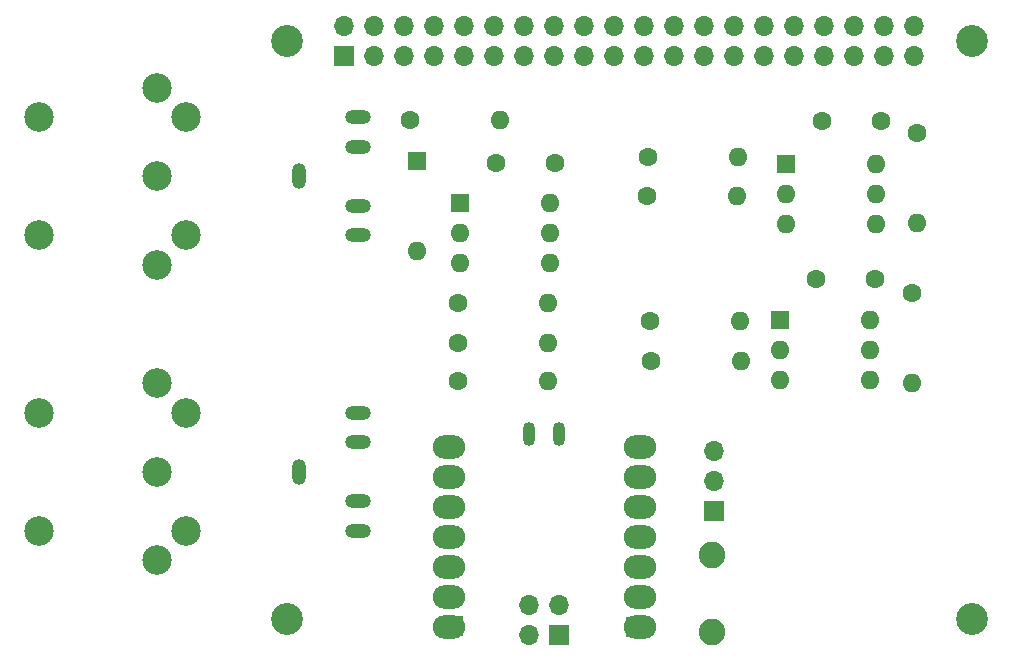
<source format=gts>
G04 #@! TF.GenerationSoftware,KiCad,Pcbnew,(6.0.5)*
G04 #@! TF.CreationDate,2023-03-19T20:53:10+00:00*
G04 #@! TF.ProjectId,XiaoPiUSBMIDIDevice,5869616f-5069-4555-9342-4d4944494465,rev?*
G04 #@! TF.SameCoordinates,Original*
G04 #@! TF.FileFunction,Soldermask,Top*
G04 #@! TF.FilePolarity,Negative*
%FSLAX46Y46*%
G04 Gerber Fmt 4.6, Leading zero omitted, Abs format (unit mm)*
G04 Created by KiCad (PCBNEW (6.0.5)) date 2023-03-19 20:53:10*
%MOMM*%
%LPD*%
G01*
G04 APERTURE LIST*
%ADD10C,2.700000*%
%ADD11R,1.700000X1.700000*%
%ADD12O,1.700000X1.700000*%
%ADD13O,2.200000X1.200000*%
%ADD14O,1.200000X2.200000*%
%ADD15C,1.600000*%
%ADD16O,1.600000X1.600000*%
%ADD17R,1.600000X1.600000*%
%ADD18C,2.250000*%
%ADD19O,2.748280X1.998980*%
%ADD20O,1.016000X2.032000*%
%ADD21C,1.143000*%
%ADD22C,2.499360*%
G04 APERTURE END LIST*
D10*
X203500000Y-97500000D03*
X261500000Y-97500000D03*
X203500000Y-146500000D03*
X261500000Y-146500000D03*
D11*
X226575000Y-147820000D03*
D12*
X224035000Y-147820000D03*
X226575000Y-145280000D03*
X224035000Y-145280000D03*
D13*
X209500000Y-129000000D03*
X209500000Y-131500000D03*
D14*
X204500000Y-134000000D03*
D13*
X209500000Y-139000000D03*
X209500000Y-136500000D03*
D15*
X234115000Y-107325000D03*
D16*
X241735000Y-107325000D03*
D15*
X226225000Y-107900000D03*
X221225000Y-107900000D03*
X253275000Y-117650000D03*
X248275000Y-117650000D03*
D17*
X218175000Y-111225000D03*
D16*
X218175000Y-113765000D03*
X218175000Y-116305000D03*
X225795000Y-116305000D03*
X225795000Y-113765000D03*
X225795000Y-111225000D03*
D17*
X245275000Y-121200000D03*
D16*
X245275000Y-123740000D03*
X245275000Y-126280000D03*
X252895000Y-126280000D03*
X252895000Y-123740000D03*
X252895000Y-121200000D03*
D11*
X233075000Y-147125000D03*
D12*
X233075000Y-144585000D03*
X233075000Y-142045000D03*
X233075000Y-139505000D03*
X233075000Y-136965000D03*
X233075000Y-134425000D03*
X233075000Y-131885000D03*
D15*
X213940000Y-104250000D03*
D16*
X221560000Y-104250000D03*
D15*
X217965000Y-123075000D03*
D16*
X225585000Y-123075000D03*
D18*
X239500000Y-147575000D03*
X239500000Y-141075000D03*
D15*
X256875000Y-105340000D03*
D16*
X256875000Y-112960000D03*
D13*
X209500000Y-104000000D03*
X209500000Y-106500000D03*
D14*
X204500000Y-109000000D03*
D13*
X209500000Y-114000000D03*
X209500000Y-111500000D03*
D15*
X256425000Y-118890000D03*
D16*
X256425000Y-126510000D03*
D15*
X233990000Y-110700000D03*
D16*
X241610000Y-110700000D03*
D15*
X217990000Y-126350000D03*
D16*
X225610000Y-126350000D03*
D15*
X218015000Y-119700000D03*
D16*
X225635000Y-119700000D03*
D15*
X253825000Y-104350000D03*
X248825000Y-104350000D03*
X234240000Y-121250000D03*
D16*
X241860000Y-121250000D03*
D11*
X217600000Y-147100000D03*
D12*
X217600000Y-144560000D03*
X217600000Y-142020000D03*
X217600000Y-139480000D03*
X217600000Y-136940000D03*
X217600000Y-134400000D03*
X217600000Y-131860000D03*
D15*
X234315000Y-124625000D03*
D16*
X241935000Y-124625000D03*
D17*
X214500000Y-107665000D03*
D16*
X214500000Y-115285000D03*
D11*
X239675000Y-137350000D03*
D12*
X239675000Y-134810000D03*
X239675000Y-132270000D03*
D17*
X245750000Y-107975000D03*
D16*
X245750000Y-110515000D03*
X245750000Y-113055000D03*
X253370000Y-113055000D03*
X253370000Y-110515000D03*
X253370000Y-107975000D03*
D19*
X233431290Y-147124510D03*
X233431290Y-144584510D03*
X233431290Y-142044510D03*
X233431290Y-139504510D03*
X233431290Y-136964510D03*
X233431290Y-134424510D03*
X233431290Y-131884510D03*
X217266730Y-131884510D03*
X217266730Y-134424510D03*
X217266730Y-136964510D03*
X217266730Y-139504510D03*
X217266730Y-142044510D03*
X217266730Y-144584510D03*
X217266730Y-147124510D03*
D20*
X226564410Y-130806690D03*
X224014410Y-130806690D03*
D21*
X226565607Y-147810877D03*
X224025607Y-147810877D03*
X226565607Y-145270877D03*
X224025607Y-145270877D03*
D11*
X208370000Y-98770000D03*
D12*
X208370000Y-96230000D03*
X210910000Y-98770000D03*
X210910000Y-96230000D03*
X213450000Y-98770000D03*
X213450000Y-96230000D03*
X215990000Y-98770000D03*
X215990000Y-96230000D03*
X218530000Y-98770000D03*
X218530000Y-96230000D03*
X221070000Y-98770000D03*
X221070000Y-96230000D03*
X223610000Y-98770000D03*
X223610000Y-96230000D03*
X226150000Y-98770000D03*
X226150000Y-96230000D03*
X228690000Y-98770000D03*
X228690000Y-96230000D03*
X231230000Y-98770000D03*
X231230000Y-96230000D03*
X233770000Y-98770000D03*
X233770000Y-96230000D03*
X236310000Y-98770000D03*
X236310000Y-96230000D03*
X238850000Y-98770000D03*
X238850000Y-96230000D03*
X241390000Y-98770000D03*
X241390000Y-96230000D03*
X243930000Y-98770000D03*
X243930000Y-96230000D03*
X246470000Y-98770000D03*
X246470000Y-96230000D03*
X249010000Y-98770000D03*
X249010000Y-96230000D03*
X251550000Y-98770000D03*
X251550000Y-96230000D03*
X254090000Y-98770000D03*
X254090000Y-96230000D03*
X256630000Y-98770000D03*
X256630000Y-96230000D03*
D22*
X182502300Y-103998740D03*
X182502300Y-114001260D03*
X192497200Y-101501920D03*
X192499740Y-109000000D03*
X192497200Y-116498080D03*
X194999100Y-104003820D03*
X194999100Y-113996180D03*
X182502300Y-139001260D03*
X182502300Y-128998740D03*
X192497200Y-126501920D03*
X192499740Y-134000000D03*
X192497200Y-141498080D03*
X194999100Y-129003820D03*
X194999100Y-138996180D03*
M02*

</source>
